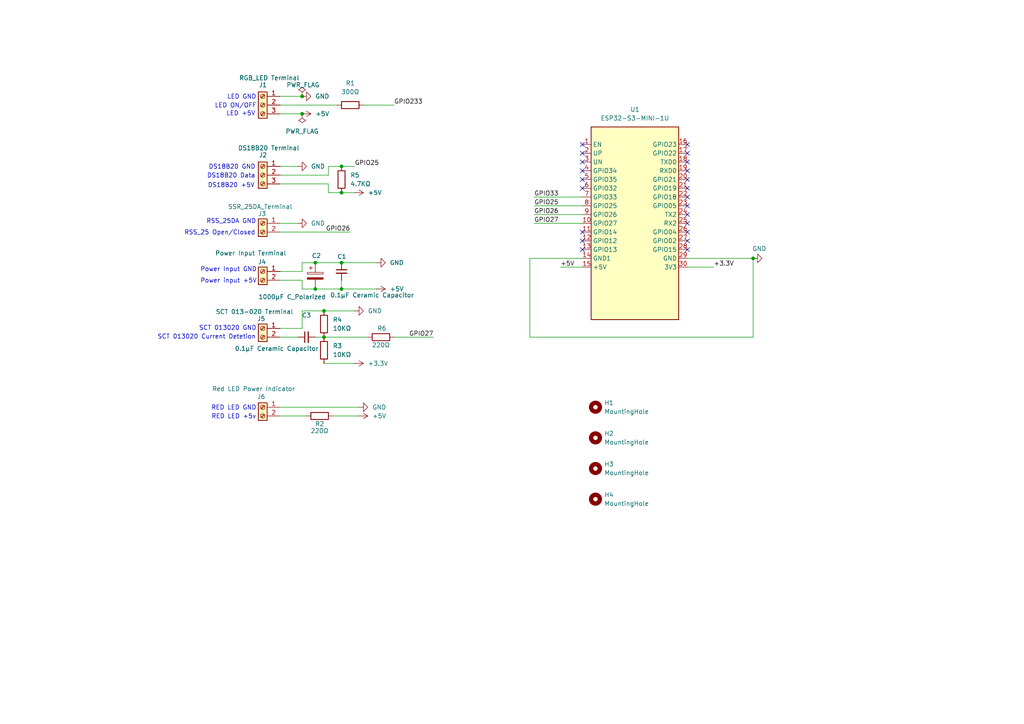
<source format=kicad_sch>
(kicad_sch (version 20250114) (generator "eeschema") (generator_version "9.0")
  (paper "A4")
  (lib_symbols
    (symbol "Device:R" (pin_numbers (hide yes)) (pin_names (offset 0))
      (property "Reference" "R" (at 2.032 0 90))
      (property "Value" "R" (at 0 0 90))
      (symbol "R_0_1"
        (rectangle (start -1.016 -2.54) (end 1.016 2.54) (stroke (width 0.254)))
      )
      (symbol "R_1_1"
        (pin passive line (at 0 3.81 270) (length 1.27) (name "~") (number "1"))
        (pin passive line (at 0 -3.81 90) (length 1.27) (name "~") (number "2"))
      )
    )
    (symbol "ESP32-Custom-Symbols:0.1µF_Ceramic_Capacitor" (pin_numbers (hide yes)) (pin_names (offset 0.254) (hide yes))
      (property "Reference" "C" (at 0.254 1.778 0))
      (property "Value" "0.1µF Ceramic Capacitor" (at -12.192 13.208 0))
      (symbol "0.1µF_Ceramic_Capacitor_0_1"
        (polyline (pts (xy -1.524 0.508) (xy 1.524 0.508)) (stroke (width 0.3048)))
        (polyline (pts (xy -1.524 -0.508) (xy 1.524 -0.508)) (stroke (width 0.3302)))
      )
      (symbol "0.1µF_Ceramic_Capacitor_1_1"
        (pin passive line (at 0 2.54 270) (length 2.032) (name "~") (number "1"))
        (pin passive line (at 0 -2.54 90) (length 2.032) (name "~") (number "2"))
      )
    )
    (symbol "ESP32-Custom-Symbols:C_Polarized" (pin_numbers (hide yes)) (pin_names (offset 0.254))
      (property "Reference" "C" (at 0.635 2.54 0))
      (property "Value" "C_Polarized" (at 0.635 -2.54 0))
      (symbol "C_Polarized_0_1"
        (rectangle (start -2.286 0.508) (end 2.286 1.016))
        (rectangle (start -2.286 -0.508) (end 2.286 -1.016) (fill (type outline)))
        (polyline (pts (xy -1.778 2.286) (xy -0.762 2.286)))
        (polyline (pts (xy -1.27 2.794) (xy -1.27 1.778)))
      )
      (symbol "C_Polarized_1_1"
        (pin passive line (at 0 3.81 270) (length 2.794) (name "~") (number "1"))
        (pin passive line (at 0 -3.81 90) (length 2.794) (name "~") (number "2"))
      )
    )
    (symbol "ESP32-Custom-Symbols:ESP32-S3-MINI-1U"
      (property "Reference" "U1" (at -1.016 34.036 0))
      (property "Value" "ESP32-S3-MINI-1U" (at -9.398 30.226 0))
      (symbol "ESP32-S3-MINI-1U_0_1"
        (rectangle (start -12.7 27.94) (end 12.7 -27.94) (stroke (width 0.254)) (fill (type background)))
      )
      (symbol "ESP32-S3-MINI-1U_1_1"
        (pin input line (at -15.24 22.86 0) (length 2.54) (name "EN") (number "1"))
        (pin bidirectional line (at -15.24 20.32 0) (length 2.54) (name "UP") (number "2"))
        (pin bidirectional line (at -15.24 17.78 0) (length 2.54) (name "UN") (number "3"))
        (pin bidirectional line (at -15.24 15.24 0) (length 2.54) (name "GPIO34") (number "4"))
        (pin bidirectional line (at -15.24 12.7 0) (length 2.54) (name "GPIO35") (number "5"))
        (pin bidirectional line (at -15.24 10.16 0) (length 2.54) (name "GPIO32") (number "6"))
        (pin bidirectional line (at -15.24 7.62 0) (length 2.54) (name "GPIO33") (number "7"))
        (pin bidirectional line (at -15.24 5.08 0) (length 2.54) (name "GPIO25") (number "8"))
        (pin bidirectional line (at -15.24 2.54 0) (length 2.54) (name "GPIO26") (number "9"))
        (pin bidirectional line (at -15.24 0 0) (length 2.54) (name "GPIO27") (number "10"))
        (pin bidirectional line (at -15.24 -2.54 0) (length 2.54) (name "GPIO14") (number "11"))
        (pin bidirectional line (at -15.24 -5.08 0) (length 2.54) (name "GPIO12") (number "12"))
        (pin bidirectional line (at -15.24 -7.62 0) (length 2.54) (name "GPIO13") (number "13"))
        (pin power_in line (at -15.24 -10.16 0) (length 2.54) (name "GND1") (number "14"))
        (pin power_in line (at -15.24 -12.7 0) (length 2.54) (name "+5V") (number "15"))
        (pin bidirectional line (at 15.24 22.86 180) (length 2.54) (name "GPIO23") (number "16"))
        (pin bidirectional line (at 15.24 20.32 180) (length 2.54) (name "GPIO22") (number "17"))
        (pin bidirectional line (at 15.24 17.78 180) (length 2.54) (name "TXD0") (number "18"))
        (pin bidirectional line (at 15.24 15.24 180) (length 2.54) (name "RXD0") (number "19"))
        (pin bidirectional line (at 15.24 12.7 180) (length 2.54) (name "GPIO21") (number "20"))
        (pin bidirectional line (at 15.24 10.16 180) (length 2.54) (name "GPIO19") (number "21"))
        (pin bidirectional line (at 15.24 7.62 180) (length 2.54) (name "GPIO18") (number "22"))
        (pin bidirectional line (at 15.24 5.08 180) (length 2.54) (name "GPIO05") (number "23"))
        (pin bidirectional line (at 15.24 2.54 180) (length 2.54) (name "TX2") (number "24"))
        (pin bidirectional line (at 15.24 0 180) (length 2.54) (name "RX2") (number "25"))
        (pin bidirectional line (at 15.24 -2.54 180) (length 2.54) (name "GPIO04") (number "26"))
        (pin bidirectional line (at 15.24 -5.08 180) (length 2.54) (name "GPIO02") (number "27"))
        (pin bidirectional line (at 15.24 -7.62 180) (length 2.54) (name "GPIO15") (number "28"))
        (pin power_in line (at 15.24 -10.16 180) (length 2.54) (name "GND") (number "29"))
        (pin power_out line (at 15.24 -12.7 180) (length 2.54) (name "3V3") (number "30"))
      )
    )
    (symbol "ESP32-Custom-Symbols:Screw_Terminal_01x02" (pin_names (offset 1.016) (hide yes))
      (property "Reference" "J" (at 0 2.54 0))
      (property "Value" "Screw_Terminal_01x02" (at 0.254 5.588 0))
      (symbol "Screw_Terminal_01x02_1_1"
        (rectangle (start -1.27 1.27) (end 1.27 -3.81) (stroke (width 0.254)) (fill (type background)))
        (polyline (pts (xy -0.5334 0.3302) (xy 0.3302 -0.508)) (stroke (width 0.1524)))
        (polyline (pts (xy -0.5334 -2.2098) (xy 0.3302 -3.048)) (stroke (width 0.1524)))
        (polyline (pts (xy -0.3556 0.508) (xy 0.508 -0.3302)) (stroke (width 0.1524)))
        (polyline (pts (xy -0.3556 -2.032) (xy 0.508 -2.8702)) (stroke (width 0.1524)))
        (circle (center 0 0) (radius 0.635) (stroke (width 0.1524)))
        (circle (center 0 -2.54) (radius 0.635) (stroke (width 0.1524)))
        (pin passive line (at -5.08 0 0) (length 3.81) (name "Pin_1") (number "1"))
        (pin passive line (at -5.08 -2.54 0) (length 3.81) (name "Pin_2") (number "2"))
      )
    )
    (symbol "ESP32-Custom-Symbols:Screw_Terminal_01x03" (pin_names (offset 1.016) (hide yes))
      (property "Reference" "J" (at 0 5.08 0))
      (property "Value" "Screw_Terminal_01x03" (at -0.254 7.366 0))
      (symbol "Screw_Terminal_01x03_1_1"
        (rectangle (start -1.27 3.81) (end 1.27 -3.81) (stroke (width 0.254)) (fill (type background)))
        (polyline (pts (xy -0.5334 2.8702) (xy 0.3302 2.032)) (stroke (width 0.1524)))
        (polyline (pts (xy -0.5334 0.3302) (xy 0.3302 -0.508)) (stroke (width 0.1524)))
        (polyline (pts (xy -0.5334 -2.2098) (xy 0.3302 -3.048)) (stroke (width 0.1524)))
        (polyline (pts (xy -0.3556 3.048) (xy 0.508 2.2098)) (stroke (width 0.1524)))
        (polyline (pts (xy -0.3556 0.508) (xy 0.508 -0.3302)) (stroke (width 0.1524)))
        (polyline (pts (xy -0.3556 -2.032) (xy 0.508 -2.8702)) (stroke (width 0.1524)))
        (circle (center 0 2.54) (radius 0.635) (stroke (width 0.1524)))
        (circle (center 0 0) (radius 0.635) (stroke (width 0.1524)))
        (circle (center 0 -2.54) (radius 0.635) (stroke (width 0.1524)))
        (pin passive line (at -5.08 2.54 0) (length 3.81) (name "Pin_1") (number "1"))
        (pin passive line (at -5.08 0 0) (length 3.81) (name "Pin_2") (number "2"))
        (pin passive line (at -5.08 -2.54 0) (length 3.81) (name "Pin_3") (number "3"))
      )
    )
    (symbol "Mechanical:MountingHole" (pin_names (offset 1.016)) (in_bom no)
      (property "Reference" "H" (at 0 5.08 0))
      (property "Value" "MountingHole" (at 0 3.175 0))
      (symbol "MountingHole_0_1"
        (circle (center 0 0) (radius 1.27) (stroke (width 1.27)))
      )
    )
    (symbol "power:+3.3V" (power) (pin_numbers (hide yes)) (pin_names (offset 0) (hide yes))
      (property "Value" "+3.3V" (at 0 3.556 0))
      (symbol "+3.3V_0_1"
        (polyline (pts (xy -0.762 1.27) (xy 0 2.54)))
        (polyline (pts (xy 0 2.54) (xy 0.762 1.27)))
        (polyline (pts (xy 0 0) (xy 0 2.54)))
      )
      (symbol "+3.3V_1_1"
        (pin power_in line (at 0 0 90) (length 0) (name "~") (number "1"))
      )
    )
    (symbol "power:+5V" (power) (pin_numbers (hide yes)) (pin_names (offset 0) (hide yes))
      (property "Value" "+5V" (at 0 3.556 0))
      (symbol "+5V_0_1"
        (polyline (pts (xy -0.762 1.27) (xy 0 2.54)))
        (polyline (pts (xy 0 2.54) (xy 0.762 1.27)))
        (polyline (pts (xy 0 0) (xy 0 2.54)))
      )
      (symbol "+5V_1_1"
        (pin power_in line (at 0 0 90) (length 0) (name "~") (number "1"))
      )
    )
    (symbol "power:GND" (power) (pin_numbers (hide yes)) (pin_names (offset 0) (hide yes))
      (property "Value" "GND" (at 0 -3.81 0))
      (symbol "GND_0_1"
        (polyline (pts (xy 0 0) (xy 0 -1.27) (xy 1.27 -1.27) (xy 0 -2.54) (xy -1.27 -1.27) (xy 0 -1.27)))
      )
      (symbol "GND_1_1"
        (pin power_in line (at 0 0 270) (length 0) (name "~") (number "1"))
      )
    )
    (symbol "power:PWR_FLAG" (power) (pin_numbers (hide yes)) (pin_names (offset 0) (hide yes))
      (property "Value" "PWR_FLAG" (at 0 3.81 0))
      (symbol "PWR_FLAG_0_0"
        (pin power_out line (at 0 0 90) (length 0) (name "~") (number "1"))
      )
      (symbol "PWR_FLAG_0_1"
        (polyline (pts (xy 0 0) (xy 0 1.27) (xy -1.016 1.905) (xy 0 2.54) (xy 1.016 1.905) (xy 0 1.27)))
      )
    )
  )
  (text "RSS_25DA GND" (at 67.056 64.262 0) (effects (font (size 1.27 1.27))))
  (text "DS18B20 GND" (at 67.31 48.514 0) (effects (font (size 1.27 1.27))))
  (text "Power Input GND" (at 66.294 78.232 0) (effects (font (size 1.27 1.27))))
  (text "SCT 013020 Current Detetion" (at 59.944 97.79 0) (effects (font (size 1.27 1.27))))
  (text "RSS_25 Open/Closed" (at 63.754 67.564 0) (effects (font (size 1.27 1.27))))
  (text "LED GND" (at 70.104 28.194 0) (effects (font (size 1.27 1.27))))
  (text "LED +5V" (at 69.85 33.02 0) (effects (font (size 1.27 1.27))))
  (text "Power input +5V" (at 66.294 81.534 0) (effects (font (size 1.27 1.27))))
  (text "DS18B20 Data" (at 67.056 51.054 0) (effects (font (size 1.27 1.27))))
  (text "LED ON/OFF" (at 68.326 30.734 0) (effects (font (size 1.27 1.27))))
  (text "RED LED GND" (at 67.818 118.364 0) (effects (font (size 1.27 1.27))))
  (text "DS18B20 +5V" (at 67.056 53.848 0) (effects (font (size 1.27 1.27))))
  (text "RED LED +5v" (at 67.818 120.904 0) (effects (font (size 1.27 1.27))))
  (text "SCT 013020 GND" (at 66.04 95.25 0) (effects (font (size 1.27 1.27))))
  (junction (at 93.98 97.79))
  (junction (at 99.06 48.26))
  (junction (at 99.06 55.88))
  (junction (at 91.44 76.2))
  (junction (at 93.98 90.17))
  (junction (at 87.63 27.94))
  (junction (at 87.63 33.02))
  (junction (at 99.06 76.2))
  (junction (at 91.44 83.82))
  (junction (at 218.44 74.93))
  (junction (at 99.06 83.82))
  (no_connect (at 199.39 67.31))
  (no_connect (at 168.91 52.07))
  (no_connect (at 199.39 46.99))
  (no_connect (at 168.91 72.39))
  (no_connect (at 168.91 41.91))
  (no_connect (at 199.39 52.07))
  (no_connect (at 199.39 57.15))
  (no_connect (at 199.39 49.53))
  (no_connect (at 199.39 54.61))
  (no_connect (at 199.39 41.91))
  (no_connect (at 168.91 67.31))
  (no_connect (at 199.39 62.23))
  (no_connect (at 168.91 69.85))
  (no_connect (at 199.39 59.69))
  (no_connect (at 168.91 49.53))
  (no_connect (at 199.39 72.39))
  (no_connect (at 199.39 44.45))
  (no_connect (at 168.91 54.61))
  (no_connect (at 199.39 64.77))
  (no_connect (at 168.91 46.99))
  (no_connect (at 199.39 69.85))
  (no_connect (at 168.91 44.45))
  (wire (pts (xy 91.44 97.79) (xy 93.98 97.79)))
  (wire (pts (xy 95.25 50.8) (xy 95.25 48.26)))
  (wire (pts (xy 95.25 53.34) (xy 95.25 55.88)))
  (wire (pts (xy 81.28 95.25) (xy 87.63 95.25)))
  (wire (pts (xy 199.39 77.47) (xy 207.01 77.47)))
  (wire (pts (xy 81.28 78.74) (xy 87.63 78.74)))
  (wire (pts (xy 99.06 81.28) (xy 99.06 83.82)))
  (wire (pts (xy 87.63 81.28) (xy 87.63 83.82)))
  (wire (pts (xy 99.06 83.82) (xy 109.22 83.82)))
  (wire (pts (xy 81.28 27.94) (xy 87.63 27.94)))
  (wire (pts (xy 87.63 83.82) (xy 91.44 83.82)))
  (wire (pts (xy 93.98 105.41) (xy 102.87 105.41)))
  (wire (pts (xy 218.44 97.79) (xy 218.44 74.93)))
  (wire (pts (xy 87.63 90.17) (xy 93.98 90.17)))
  (wire (pts (xy 162.56 77.47) (xy 168.91 77.47)))
  (wire (pts (xy 81.28 53.34) (xy 95.25 53.34)))
  (wire (pts (xy 153.67 74.93) (xy 168.91 74.93)))
  (wire (pts (xy 81.28 30.48) (xy 97.79 30.48)))
  (wire (pts (xy 95.25 55.88) (xy 99.06 55.88)))
  (wire (pts (xy 199.39 74.93) (xy 218.44 74.93)))
  (wire (pts (xy 81.28 97.79) (xy 86.36 97.79)))
  (wire (pts (xy 153.67 97.79) (xy 218.44 97.79)))
  (wire (pts (xy 81.28 120.65) (xy 88.9 120.65)))
  (wire (pts (xy 154.94 64.77) (xy 168.91 64.77)))
  (wire (pts (xy 154.94 57.15) (xy 168.91 57.15)))
  (wire (pts (xy 81.28 48.26) (xy 86.36 48.26)))
  (wire (pts (xy 114.3 97.79) (xy 125.73 97.79)))
  (wire (pts (xy 99.06 48.26) (xy 102.87 48.26)))
  (wire (pts (xy 81.28 33.02) (xy 87.63 33.02)))
  (wire (pts (xy 81.28 64.77) (xy 86.36 64.77)))
  (wire (pts (xy 87.63 95.25) (xy 87.63 90.17)))
  (wire (pts (xy 87.63 76.2) (xy 91.44 76.2)))
  (wire (pts (xy 154.94 59.69) (xy 168.91 59.69)))
  (wire (pts (xy 153.67 74.93) (xy 153.67 97.79)))
  (wire (pts (xy 95.25 48.26) (xy 99.06 48.26)))
  (wire (pts (xy 99.06 55.88) (xy 102.87 55.88)))
  (wire (pts (xy 81.28 50.8) (xy 95.25 50.8)))
  (wire (pts (xy 81.28 81.28) (xy 87.63 81.28)))
  (wire (pts (xy 93.98 97.79) (xy 106.68 97.79)))
  (wire (pts (xy 105.41 30.48) (xy 114.3 30.48)))
  (wire (pts (xy 96.52 120.65) (xy 104.14 120.65)))
  (wire (pts (xy 93.98 90.17) (xy 102.87 90.17)))
  (wire (pts (xy 154.94 62.23) (xy 168.91 62.23)))
  (wire (pts (xy 81.28 67.31) (xy 101.6 67.31)))
  (wire (pts (xy 87.63 78.74) (xy 87.63 76.2)))
  (wire (pts (xy 91.44 76.2) (xy 99.06 76.2)))
  (wire (pts (xy 91.44 83.82) (xy 99.06 83.82)))
  (wire (pts (xy 99.06 76.2) (xy 109.22 76.2)))
  (wire (pts (xy 81.28 118.11) (xy 104.14 118.11)))
  (label "GPIO33" (at 154.94 57.15 0))
  (label "GPIO26" (at 101.6 67.31 180))
  (label "GPIO233" (at 114.3 30.48 0))
  (label "GPIO25" (at 154.94 59.69 0))
  (label "+5V" (at 162.56 77.47 0))
  (label "GPIO26" (at 154.94 62.23 0))
  (label "GPIO25" (at 102.87 48.26 0))
  (label "GPIO27" (at 154.94 64.77 0))
  (label "GPIO27" (at 125.73 97.79 180))
  (label "+3.3V" (at 207.01 77.47 0))
  (symbol (lib_id "power:GND") (at 218.44 74.93 90) (unit 1)
    (property "Reference" "#PWR014" (effects (hide yes)))
    (property "Value" "GND" (at 218.186 72.136 90) (effects (justify right)))
    (property "Description" "Power symbol creates a global label with name \"GND\" , ground" (effects (hide yes)))
  )
  (symbol (lib_id "power:GND") (at 104.14 118.11 90) (unit 1)
    (property "Reference" "#PWR010" (effects (hide yes)))
    (property "Value" "GND" (at 107.95 118.1099 90) (effects (justify right)))
    (property "Description" "Power symbol creates a global label with name \"GND\" , ground" (effects (hide yes)))
  )
  (symbol (lib_id "ESP32-Custom-Symbols:C_Polarized") (at 91.44 80.01 0) (unit 1)
    (property "Reference" "C2" (at 90.424 74.168 0) (effects (justify left)))
    (property "Value" "1000µF C_Polarized" (at 74.93 86.106 0) (effects (justify left)))
    (property "Footprint" "Capacitor_SMD:CP_Elec_8x10.5" (effects (hide yes)))
    (property "Description" "Polarized capacitor" (effects (hide yes)))
    (property "Part number" "C330210" (effects (hide yes)))
    (property "Manufacturer" "JSHC" (effects (hide yes)))
  )
  (symbol (lib_id "ESP32-Custom-Symbols:Screw_Terminal_01x03") (at 76.2 30.48 0) (mirror y) (unit 1)
    (property "Reference" "J1" (at 77.47 24.638 0) (effects (justify left)))
    (property "Value" "RGB_LED Terminal" (at 86.868 22.606 0) (effects (justify left)))
    (property "Footprint" "ESP32_Custom_Footprints:TerminalBlock_bornier-3_P5.08mm" (effects (hide yes)))
    (property "Description" "Generic screw terminal, single row, 01x03, script generated (kicad-library-utils/schlib/autogen/connector/)" (effects (hide yes)))
  )
  (symbol (lib_id "power:+3.3V") (at 102.87 105.41 270) (unit 1)
    (property "Reference" "#PWR08" (effects (hide yes)))
    (property "Value" "+3.3V" (at 106.68 105.4099 90) (effects (justify left)))
    (property "Description" "Power symbol creates a global label with name \"+3.3V\"" (effects (hide yes)))
  )
  (symbol (lib_id "ESP32-Custom-Symbols:0.1µF_Ceramic_Capacitor") (at 88.9 97.79 90) (unit 1)
    (property "Reference" "C3" (at 88.9063 91.44 90))
    (property "Value" "0.1µF Ceramic Capacitor" (at 80.264 101.092 90))
    (property "Footprint" "ESP32_Custom_Footprints:C_Disc_D3.0mm_W1.6mm_P2.50mm" (effects (hide yes)))
    (property "Description" "Unpolarized capacitor, small symbol" (effects (hide yes)))
    (property "Part Number" "C49678" (effects (hide yes)))
    (property " Manufacturer" "Murata / Yageo" (effects (hide yes)))
  )
  (symbol (lib_id "power:+5V") (at 102.87 55.88 270) (unit 1)
    (property "Reference" "#PWR04" (effects (hide yes)))
    (property "Value" "+5V" (at 106.68 55.8799 90) (effects (justify left)))
    (property "Description" "Power symbol creates a global label with name \"+5V\"" (effects (hide yes)))
  )
  (symbol (lib_id "power:GND") (at 102.87 90.17 90) (unit 1)
    (property "Reference" "#PWR09" (effects (hide yes)))
    (property "Value" "GND" (at 106.68 90.1699 90) (effects (justify right)))
    (property "Description" "Power symbol creates a global label with name \"GND\" , ground" (effects (hide yes)))
  )
  (symbol (lib_id "Mechanical:MountingHole") (at 172.72 135.89 0) (unit 1) (in_bom no)
    (property "Reference" "H3" (at 175.26 134.6199 0) (effects (justify left)))
    (property "Value" "MountingHole" (at 175.26 137.1599 0) (effects (justify left)))
    (property "Footprint" "ESP32_Custom_Footprints:MountingHole_3.2mm_M3_ISO7380" (effects (hide yes)))
    (property "Description" "Mounting Hole without connection" (effects (hide yes)))
  )
  (symbol (lib_id "Device:R") (at 101.6 30.48 90) (unit 1)
    (property "Reference" "R1" (at 101.6 24.13 90))
    (property "Value" "300Ω" (at 101.6 26.67 90))
    (property "Footprint" "Resistor_SMD:R_0805_2012Metric" (effects (hide yes)))
    (property "Description" "Resistor" (effects (hide yes)))
  )
  (symbol (lib_id "power:+5V") (at 87.63 33.02 270) (unit 1)
    (property "Reference" "#PWR01" (effects (hide yes)))
    (property "Value" "+5V" (at 91.44 33.0199 90) (effects (justify left)))
    (property "Description" "Power symbol creates a global label with name \"+5V\"" (effects (hide yes)))
  )
  (symbol (lib_id "ESP32-Custom-Symbols:Screw_Terminal_01x02") (at 76.2 78.74 0) (mirror y) (unit 1)
    (property "Reference" "J4" (at 77.216 75.946 0) (effects (justify left)))
    (property "Value" "Power Input Terminal" (at 83.058 73.406 0) (effects (justify left)))
    (property "Footprint" "TerminalBlock_4Ucon:TerminalBlock_4Ucon_1x02_P3.50mm_Horizontal" (effects (hide yes)))
    (property "Description" "Generic screw terminal, single row, 01x02, script generated (kicad-library-utils/schlib/autogen/connector/)" (effects (hide yes)))
  )
  (symbol (lib_id "Device:R") (at 92.71 120.65 90) (unit 1)
    (property "Reference" "R2" (at 92.71 122.936 90))
    (property "Value" "220Ω" (at 92.71 124.968 90))
    (property "Footprint" "Resistor_SMD:R_0805_2012Metric" (effects (hide yes)))
    (property "Description" "Resistor" (effects (hide yes)))
  )
  (symbol (lib_id "power:PWR_FLAG") (at 87.63 27.94 0) (unit 1)
    (property "Reference" "#FLG02" (effects (hide yes)))
    (property "Value" "PWR_FLAG" (at 87.884 24.638 0))
    (property "Description" "Special symbol for telling ERC where power comes from" (effects (hide yes)))
  )
  (symbol (lib_id "Device:R") (at 99.06 52.07 0) (unit 1)
    (property "Reference" "R5" (at 101.6 50.7999 0) (effects (justify left)))
    (property "Value" "4.7KΩ" (at 101.6 53.3399 0) (effects (justify left)))
    (property "Footprint" "Resistor_SMD:R_0805_2012Metric" (effects (hide yes)))
    (property "Description" "Resistor" (effects (hide yes)))
  )
  (symbol (lib_id "ESP32-Custom-Symbols:ESP32-S3-MINI-1U") (at 184.15 64.77 0) (unit 1)
    (property "Reference" "U1" (at 184.15 31.75 0))
    (property "Value" "ESP32-S3-MINI-1U" (at 184.15 34.29 0))
    (property "Footprint" "RF_Module:ESP32-S2-MINI-1U" (effects (hide yes)))
    (property "Datasheet" "https://www.espressif.com/sites/default/files/documentation/esp32-s3-mini-1_mini-1u_datasheet_en.pdf" (effects (hide yes)))
    (property "Description" "RF Module, ESP32-S3 SoC, Wi-Fi 802.11b/g/n, Bluetooth, BLE, 32-bit, 3.3V, SMD, external antenna" (effects (hide yes)))
  )
  (symbol (lib_id "power:GND") (at 87.63 27.94 90) (unit 1)
    (property "Reference" "#PWR02" (effects (hide yes)))
    (property "Value" "GND" (at 91.44 27.9399 90) (effects (justify right)))
    (property "Description" "Power symbol creates a global label with name \"GND\" , ground" (effects (hide yes)))
  )
  (symbol (lib_id "power:GND") (at 86.36 48.26 90) (unit 1)
    (property "Reference" "#PWR03" (effects (hide yes)))
    (property "Value" "GND" (at 90.17 48.2599 90) (effects (justify right)))
    (property "Description" "Power symbol creates a global label with name \"GND\" , ground" (effects (hide yes)))
  )
  (symbol (lib_id "power:GND") (at 109.22 76.2 90) (unit 1)
    (property "Reference" "#PWR06" (effects (hide yes)))
    (property "Value" "GND" (at 113.03 76.1999 90) (effects (justify right)))
    (property "Description" "Power symbol creates a global label with name \"GND\" , ground" (effects (hide yes)))
  )
  (symbol (lib_id "Device:R") (at 93.98 101.6 0) (unit 1)
    (property "Reference" "R3" (at 96.52 100.3299 0) (effects (justify left)))
    (property "Value" "10KΩ" (at 96.52 102.8699 0) (effects (justify left)))
    (property "Footprint" "Resistor_SMD:R_0805_2012Metric" (effects (hide yes)))
    (property "Description" "Resistor" (effects (hide yes)))
  )
  (symbol (lib_id "Mechanical:MountingHole") (at 172.72 118.11 0) (unit 1) (in_bom no)
    (property "Reference" "H1" (at 175.26 116.8399 0) (effects (justify left)))
    (property "Value" "MountingHole" (at 175.26 119.3799 0) (effects (justify left)))
    (property "Footprint" "ESP32_Custom_Footprints:MountingHole_3.2mm_M3_ISO7380" (effects (hide yes)))
    (property "Description" "Mounting Hole without connection" (effects (hide yes)))
  )
  (symbol (lib_id "ESP32-Custom-Symbols:Screw_Terminal_01x02") (at 76.2 118.11 0) (mirror y) (unit 1)
    (property "Reference" "J6" (at 76.962 115.062 0) (effects (justify left)))
    (property "Value" "Red LED Power Indicator" (at 85.598 112.776 0) (effects (justify left)))
    (property "Footprint" "TerminalBlock_4Ucon:TerminalBlock_4Ucon_1x02_P3.50mm_Horizontal" (effects (hide yes)))
    (property "Description" "Generic screw terminal, single row, 01x02, script generated (kicad-library-utils/schlib/autogen/connector/)" (effects (hide yes)))
  )
  (symbol (lib_id "ESP32-Custom-Symbols:Screw_Terminal_01x02") (at 76.2 95.25 0) (mirror y) (unit 1)
    (property "Reference" "J5" (at 76.962 92.456 0) (effects (justify left)))
    (property "Value" "SCT 013-020 Terminal" (at 85.09 90.424 0) (effects (justify left)))
    (property "Footprint" "TerminalBlock_4Ucon:TerminalBlock_4Ucon_1x02_P3.50mm_Horizontal" (effects (hide yes)))
    (property "Description" "Generic screw terminal, single row, 01x02, script generated (kicad-library-utils/schlib/autogen/connector/)" (effects (hide yes)))
  )
  (symbol (lib_id "Mechanical:MountingHole") (at 172.72 127 0) (unit 1) (in_bom no)
    (property "Reference" "H2" (at 175.26 125.7299 0) (effects (justify left)))
    (property "Value" "MountingHole" (at 175.26 128.2699 0) (effects (justify left)))
    (property "Footprint" "ESP32_Custom_Footprints:MountingHole_3.2mm_M3_ISO7380" (effects (hide yes)))
    (property "Description" "Mounting Hole without connection" (effects (hide yes)))
  )
  (symbol (lib_id "power:GND") (at 86.36 64.77 90) (unit 1)
    (property "Reference" "#PWR05" (effects (hide yes)))
    (property "Value" "GND" (at 90.17 64.7699 90) (effects (justify right)))
    (property "Description" "Power symbol creates a global label with name \"GND\" , ground" (effects (hide yes)))
  )
  (symbol (lib_id "Device:R") (at 93.98 93.98 0) (unit 1)
    (property "Reference" "R4" (at 96.52 92.7099 0) (effects (justify left)))
    (property "Value" "10KΩ" (at 96.52 95.2499 0) (effects (justify left)))
    (property "Footprint" "Resistor_SMD:R_0805_2012Metric" (effects (hide yes)))
    (property "Description" "Resistor" (effects (hide yes)))
  )
  (symbol (lib_id "Device:R") (at 110.49 97.79 90) (unit 1)
    (property "Reference" "R6" (at 110.744 95.25 90))
    (property "Value" "220Ω" (at 110.49 100.076 90))
    (property "Footprint" "Resistor_SMD:R_0805_2012Metric" (effects (hide yes)))
    (property "Description" "Resistor" (effects (hide yes)))
  )
  (symbol (lib_id "ESP32-Custom-Symbols:Screw_Terminal_01x03") (at 76.2 50.8 0) (mirror y) (unit 1)
    (property "Reference" "J2" (at 77.47 44.958 0) (effects (justify left)))
    (property "Value" "DS18B20 Terminal" (at 86.868 42.926 0) (effects (justify left)))
    (property "Footprint" "ESP32_Custom_Footprints:TerminalBlock_bornier-3_P5.08mm" (effects (hide yes)))
    (property "Description" "Generic screw terminal, single row, 01x03, script generated (kicad-library-utils/schlib/autogen/connector/)" (effects (hide yes)))
  )
  (symbol (lib_id "power:+5V") (at 109.22 83.82 270) (unit 1)
    (property "Reference" "#PWR07" (effects (hide yes)))
    (property "Value" "+5V" (at 113.03 83.8199 90) (effects (justify left)))
    (property "Description" "Power symbol creates a global label with name \"+5V\"" (effects (hide yes)))
  )
  (symbol (lib_id "Mechanical:MountingHole") (at 172.72 144.78 0) (unit 1) (in_bom no)
    (property "Reference" "H4" (at 175.26 143.5099 0) (effects (justify left)))
    (property "Value" "MountingHole" (at 175.26 146.0499 0) (effects (justify left)))
    (property "Footprint" "ESP32_Custom_Footprints:MountingHole_3.2mm_M3_ISO7380" (effects (hide yes)))
    (property "Description" "Mounting Hole without connection" (effects (hide yes)))
  )
  (symbol (lib_id "ESP32-Custom-Symbols:0.1µF_Ceramic_Capacitor") (at 99.06 78.74 0) (unit 1)
    (property "Reference" "C1" (at 97.79 74.422 0) (effects (justify left)))
    (property "Value" "0.1µF Ceramic Capacitor" (at 95.758 85.598 0) (effects (justify left)))
    (property "Footprint" "ESP32_Custom_Footprints:C_Disc_D3.0mm_W1.6mm_P2.50mm" (effects (hide yes)))
    (property "Description" "Unpolarized capacitor, small symbol" (effects (hide yes)))
    (property "Part Number" "C49678" (effects (hide yes)))
    (property " Manufacturer" "Murata / Yageo" (effects (hide yes)))
  )
  (symbol (lib_id "power:PWR_FLAG") (at 87.63 33.02 180) (unit 1)
    (property "Reference" "#FLG01" (effects (hide yes)))
    (property "Value" "PWR_FLAG" (at 87.63 38.1 0))
    (property "Description" "Special symbol for telling ERC where power comes from" (effects (hide yes)))
  )
  (symbol (lib_id "power:+5V") (at 104.14 120.65 270) (unit 1)
    (property "Reference" "#PWR011" (effects (hide yes)))
    (property "Value" "+5V" (at 107.95 120.6499 90) (effects (justify left)))
    (property "Description" "Power symbol creates a global label with name \"+5V\"" (effects (hide yes)))
  )
  (symbol (lib_id "ESP32-Custom-Symbols:Screw_Terminal_01x02") (at 76.2 64.77 0) (mirror y) (unit 1)
    (property "Reference" "J3" (at 77.216 61.976 0) (effects (justify left)))
    (property "Value" "SSR_25DA_Terminal" (at 84.836 59.944 0) (effects (justify left)))
    (property "Footprint" "TerminalBlock_4Ucon:TerminalBlock_4Ucon_1x02_P3.50mm_Horizontal" (effects (hide yes)))
    (property "Description" "Generic screw terminal, single row, 01x02, script generated (kicad-library-utils/schlib/autogen/connector/)" (effects (hide yes)))
  )
)
</source>
